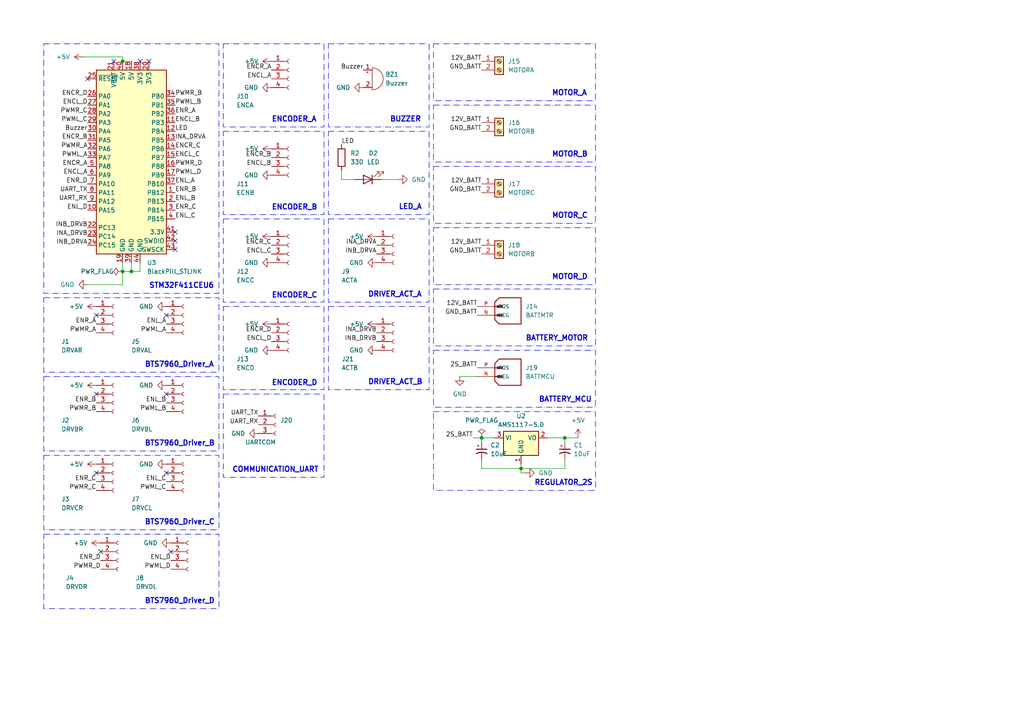
<source format=kicad_sch>
(kicad_sch (version 20230121) (generator eeschema)
  (paper "A4")
  (lib_symbols
    (symbol "Connector:Conn_01x03_Socket" (pin_names (offset 1.016) hide)
      (property "Reference" "J" (at 0 5.08 0))
      (property "Value" "Conn_01x03_Socket" (at 0 -5.08 0))
      (symbol "Conn_01x03_Socket_1_1"
        (arc (start 0 -2.032) (mid -0.5058 -2.54) (end 0 -3.048) (stroke (width 0.1524)))
        (polyline (pts (xy -1.27 -2.54) (xy -0.508 -2.54)) (stroke (width 0.1524)))
        (polyline (pts (xy -1.27 0) (xy -0.508 0)) (stroke (width 0.1524)))
        (polyline (pts (xy -1.27 2.54) (xy -0.508 2.54)) (stroke (width 0.1524)))
        (arc (start 0 0.508) (mid -0.5058 0) (end 0 -0.508) (stroke (width 0.1524)))
        (arc (start 0 3.048) (mid -0.5058 2.54) (end 0 2.032) (stroke (width 0.1524)))
        (pin passive line (at -5.08 2.54 0) (length 3.81) (name "Pin_1") (number "1"))
        (pin passive line (at -5.08 0 0) (length 3.81) (name "Pin_2") (number "2"))
        (pin passive line (at -5.08 -2.54 0) (length 3.81) (name "Pin_3") (number "3"))
      )
    )
    (symbol "Connector:Conn_01x04_Socket" (pin_names (offset 1.016) hide)
      (property "Reference" "J" (at 0 5.08 0))
      (property "Value" "Conn_01x04_Socket" (at 0 -7.62 0))
      (symbol "Conn_01x04_Socket_1_1"
        (arc (start 0 -4.572) (mid -0.5058 -5.08) (end 0 -5.588) (stroke (width 0.1524)))
        (arc (start 0 -2.032) (mid -0.5058 -2.54) (end 0 -3.048) (stroke (width 0.1524)))
        (polyline (pts (xy -1.27 -5.08) (xy -0.508 -5.08)) (stroke (width 0.1524)))
        (polyline (pts (xy -1.27 -2.54) (xy -0.508 -2.54)) (stroke (width 0.1524)))
        (polyline (pts (xy -1.27 0) (xy -0.508 0)) (stroke (width 0.1524)))
        (polyline (pts (xy -1.27 2.54) (xy -0.508 2.54)) (stroke (width 0.1524)))
        (arc (start 0 0.508) (mid -0.5058 0) (end 0 -0.508) (stroke (width 0.1524)))
        (arc (start 0 3.048) (mid -0.5058 2.54) (end 0 2.032) (stroke (width 0.1524)))
        (pin passive line (at -5.08 2.54 0) (length 3.81) (name "Pin_1") (number "1"))
        (pin passive line (at -5.08 0 0) (length 3.81) (name "Pin_2") (number "2"))
        (pin passive line (at -5.08 -2.54 0) (length 3.81) (name "Pin_3") (number "3"))
        (pin passive line (at -5.08 -5.08 0) (length 3.81) (name "Pin_4") (number "4"))
      )
    )
    (symbol "Connector:Screw_Terminal_01x02" (pin_names (offset 1.016) hide)
      (property "Reference" "J" (at 0 2.54 0))
      (property "Value" "Screw_Terminal_01x02" (at 0 -5.08 0))
      (symbol "Screw_Terminal_01x02_1_1"
        (rectangle (start -1.27 1.27) (end 1.27 -3.81) (stroke (width 0.254)) (fill (type background)))
        (circle (center 0 -2.54) (radius 0.635) (stroke (width 0.1524)))
        (polyline (pts (xy -0.5334 -2.2098) (xy 0.3302 -3.048)) (stroke (width 0.1524)))
        (polyline (pts (xy -0.5334 0.3302) (xy 0.3302 -0.508)) (stroke (width 0.1524)))
        (polyline (pts (xy -0.3556 -2.032) (xy 0.508 -2.8702)) (stroke (width 0.1524)))
        (polyline (pts (xy -0.3556 0.508) (xy 0.508 -0.3302)) (stroke (width 0.1524)))
        (circle (center 0 0) (radius 0.635) (stroke (width 0.1524)))
        (pin passive line (at -5.08 0 0) (length 3.81) (name "Pin_1") (number "1"))
        (pin passive line (at -5.08 -2.54 0) (length 3.81) (name "Pin_2") (number "2"))
      )
    )
    (symbol "Device:Buzzer" (pin_names (offset 0.0254) hide)
      (property "Reference" "BZ" (at 3.81 1.27 0))
      (property "Value" "Buzzer" (at 3.81 -1.27 0))
      (symbol "Buzzer_0_1"
        (arc (start 0 -3.175) (mid 3.1612 0) (end 0 3.175))
        (polyline (pts (xy -1.651 1.905) (xy -1.143 1.905)))
        (polyline (pts (xy -1.397 2.159) (xy -1.397 1.651)))
        (polyline (pts (xy 0 3.175) (xy 0 -3.175)))
      )
      (symbol "Buzzer_1_1"
        (pin passive line (at -2.54 2.54 0) (length 2.54) (name "-") (number "1"))
        (pin passive line (at -2.54 -2.54 0) (length 2.54) (name "+") (number "2"))
      )
    )
    (symbol "Device:C_Polarized_Small_US" (pin_numbers hide) (pin_names (offset 0.254) hide)
      (property "Reference" "C" (at 0.254 1.778 0))
      (property "Value" "C_Polarized_Small_US" (at 0.254 -2.032 0))
      (symbol "C_Polarized_Small_US_0_1"
        (polyline (pts (xy -1.524 0.508) (xy 1.524 0.508)) (stroke (width 0.3048)))
        (polyline (pts (xy -1.27 1.524) (xy -0.762 1.524)))
        (polyline (pts (xy -1.016 1.27) (xy -1.016 1.778)))
        (arc (start 1.524 -0.762) (mid 0 -0.3734) (end -1.524 -0.762) (stroke (width 0.3048)))
      )
      (symbol "C_Polarized_Small_US_1_1"
        (pin passive line (at 0 2.54 270) (length 2.032) (name "~") (number "1"))
        (pin passive line (at 0 -2.54 90) (length 2.032) (name "~") (number "2"))
      )
    )
    (symbol "Device:LED" (pin_numbers hide) (pin_names (offset 1.016) hide)
      (property "Reference" "D" (at 0 2.54 0))
      (property "Value" "LED" (at 0 -2.54 0))
      (symbol "LED_0_1"
        (polyline (pts (xy -1.27 -1.27) (xy -1.27 1.27)) (stroke (width 0.254)))
        (polyline (pts (xy -1.27 0) (xy 1.27 0)))
        (polyline (pts (xy 1.27 -1.27) (xy 1.27 1.27) (xy -1.27 0) (xy 1.27 -1.27)) (stroke (width 0.254)))
        (polyline (pts (xy -3.048 -0.762) (xy -4.572 -2.286) (xy -3.81 -2.286) (xy -4.572 -2.286) (xy -4.572 -1.524)))
        (polyline (pts (xy -1.778 -0.762) (xy -3.302 -2.286) (xy -2.54 -2.286) (xy -3.302 -2.286) (xy -3.302 -1.524)))
      )
      (symbol "LED_1_1"
        (pin passive line (at -3.81 0 0) (length 2.54) (name "K") (number "1"))
        (pin passive line (at 3.81 0 180) (length 2.54) (name "A") (number "2"))
      )
    )
    (symbol "Device:R" (pin_numbers hide) (pin_names (offset 0))
      (property "Reference" "R" (at 2.032 0 90))
      (property "Value" "R" (at 0 0 90))
      (symbol "R_0_1"
        (rectangle (start -1.016 -2.54) (end 1.016 2.54) (stroke (width 0.254)))
      )
      (symbol "R_1_1"
        (pin passive line (at 0 3.81 270) (length 1.27) (name "~") (number "1"))
        (pin passive line (at 0 -3.81 90) (length 1.27) (name "~") (number "2"))
      )
    )
    (symbol "Regulator_Linear:AMS1117-5.0"
      (property "Reference" "U" (at -3.81 3.175 0))
      (property "Value" "AMS1117-5.0" (at 0 3.175 0))
      (symbol "AMS1117-5.0_0_1"
        (rectangle (start -5.08 -5.08) (end 5.08 1.905) (stroke (width 0.254)) (fill (type background)))
      )
      (symbol "AMS1117-5.0_1_1"
        (pin power_in line (at 0 -7.62 90) (length 2.54) (name "GND") (number "1"))
        (pin power_out line (at 7.62 0 180) (length 2.54) (name "VO") (number "2"))
        (pin power_in line (at -7.62 0 0) (length 2.54) (name "VI") (number "3"))
      )
    )
    (symbol "XT90PW-M:XT90PW-M" (pin_names (offset 1.016))
      (property "Reference" "J" (at 0 3.81 0))
      (property "Value" "XT90PW-M" (at 0 -7.62 0))
      (symbol "XT90PW-M_0_0"
        (polyline (pts (xy 0 -3.81) (xy 1.27 -5.08)) (stroke (width 0.254)))
        (polyline (pts (xy 0 -2.54) (xy 1.905 -2.54)) (stroke (width 0.254)))
        (polyline (pts (xy 0 0) (xy 0 -3.81)) (stroke (width 0.254)))
        (polyline (pts (xy 0 0) (xy 1.905 0)) (stroke (width 0.254)))
        (polyline (pts (xy 0 1.27) (xy 0 0)) (stroke (width 0.254)))
        (polyline (pts (xy 0 1.27) (xy 1.27 2.54)) (stroke (width 0.254)))
        (polyline (pts (xy 1.27 -5.08) (xy 7.62 -5.08)) (stroke (width 0.254)))
        (polyline (pts (xy 7.62 -5.08) (xy 7.62 2.54)) (stroke (width 0.254)))
        (polyline (pts (xy 7.62 2.54) (xy 1.27 2.54)) (stroke (width 0.254)))
        (rectangle (start 0.635 -2.8575) (end 2.2225 -2.2225) (stroke (width 0.1)) (fill (type outline)))
        (rectangle (start 0.635 -0.3175) (end 2.2225 0.3175) (stroke (width 0.1)) (fill (type outline)))
        (pin passive line (at -5.08 -2.54 0) (length 5.08) (name "NEG") (number "N"))
        (pin passive line (at -5.08 0 0) (length 5.08) (name "POS") (number "P"))
      )
    )
    (symbol "blackpill_stlink:BlackPill_STLINK"
      (property "Reference" "U6" (at 4.5594 -27.5495 0))
      (property "Value" "BlackPill_STLINK" (at 4.5594 -30.3246 0))
      (symbol "BlackPill_STLINK_0_1"
        (rectangle (start -10.16 27.94) (end 10.16 -25.4) (stroke (width 0.254)) (fill (type background)))
      )
      (symbol "BlackPill_STLINK_1_1"
        (pin bidirectional line (at 12.7 -7.62 180) (length 2.54) (name "PB12") (number "1"))
        (pin bidirectional line (at -12.7 -12.7 0) (length 2.54) (name "PA15") (number "10"))
        (pin bidirectional line (at 12.7 12.7 180) (length 2.54) (name "PB3") (number "11"))
        (pin bidirectional line (at 12.7 10.16 180) (length 2.54) (name "PB4") (number "12"))
        (pin bidirectional line (at 12.7 7.62 180) (length 2.54) (name "PB5") (number "13"))
        (pin bidirectional line (at 12.7 5.08 180) (length 2.54) (name "PB6") (number "14"))
        (pin bidirectional line (at 12.7 2.54 180) (length 2.54) (name "PB7") (number "15"))
        (pin bidirectional line (at 12.7 0 180) (length 2.54) (name "PB8") (number "16"))
        (pin bidirectional line (at 12.7 -2.54 180) (length 2.54) (name "PB9") (number "17"))
        (pin power_in line (at 0 30.48 270) (length 2.54) (name "5V") (number "18"))
        (pin power_in line (at -2.54 -27.94 90) (length 2.54) (name "GND") (number "19"))
        (pin bidirectional line (at 12.7 -10.16 180) (length 2.54) (name "PB13") (number "2"))
        (pin power_out line (at 5.08 30.48 270) (length 2.54) (name "3V3") (number "20"))
        (pin power_in line (at -5.08 30.48 270) (length 2.54) (name "VBAT") (number "21"))
        (pin bidirectional line (at -12.7 -17.78 0) (length 2.54) (name "PC13") (number "22"))
        (pin bidirectional line (at -12.7 -20.32 0) (length 2.54) (name "PC14") (number "23"))
        (pin bidirectional line (at -12.7 -22.86 0) (length 2.54) (name "PC15") (number "24"))
        (pin input line (at -12.7 25.4 0) (length 2.54) (name "~{RESET}") (number "25"))
        (pin bidirectional line (at -12.7 20.32 0) (length 2.54) (name "PA0") (number "26"))
        (pin bidirectional line (at -12.7 17.78 0) (length 2.54) (name "PA1") (number "27"))
        (pin bidirectional line (at -12.7 15.24 0) (length 2.54) (name "PA2") (number "28"))
        (pin bidirectional line (at -12.7 12.7 0) (length 2.54) (name "PA3") (number "29"))
        (pin bidirectional line (at 12.7 -12.7 180) (length 2.54) (name "PB14") (number "3"))
        (pin bidirectional line (at -12.7 10.16 0) (length 2.54) (name "PA4") (number "30"))
        (pin bidirectional line (at -12.7 7.62 0) (length 2.54) (name "PA5") (number "31"))
        (pin bidirectional line (at -12.7 5.08 0) (length 2.54) (name "PA6") (number "32"))
        (pin bidirectional line (at -12.7 2.54 0) (length 2.54) (name "PA7") (number "33"))
        (pin bidirectional line (at 12.7 20.32 180) (length 2.54) (name "PB0") (number "34"))
        (pin bidirectional line (at 12.7 17.78 180) (length 2.54) (name "PB1") (number "35"))
        (pin bidirectional line (at 12.7 15.24 180) (length 2.54) (name "PB2") (number "36"))
        (pin bidirectional line (at 12.7 -5.08 180) (length 2.54) (name "PB10") (number "37"))
        (pin power_out line (at 2.54 30.48 270) (length 2.54) (name "3V3") (number "38"))
        (pin power_in line (at 0 -27.94 90) (length 2.54) (name "GND") (number "39"))
        (pin bidirectional line (at 12.7 -15.24 180) (length 2.54) (name "PB15") (number "4"))
        (pin passive line (at -2.54 30.48 270) (length 2.54) (name "5V") (number "40"))
        (pin power_out line (at 12.7 -19.05 180) (length 2.54) (name "3.3V") (number "41"))
        (pin bidirectional line (at 12.7 -21.59 180) (length 2.54) (name "SWDIO") (number "42"))
        (pin bidirectional line (at 12.7 -24.13 180) (length 2.54) (name "SWSCK") (number "43"))
        (pin power_in line (at 2.54 -27.94 90) (length 2.54) (name "GND") (number "44"))
        (pin bidirectional line (at -12.7 0 0) (length 2.54) (name "PA8") (number "5"))
        (pin bidirectional line (at -12.7 -2.54 0) (length 2.54) (name "PA9") (number "6"))
        (pin bidirectional line (at -12.7 -5.08 0) (length 2.54) (name "PA10") (number "7"))
        (pin bidirectional line (at -12.7 -7.62 0) (length 2.54) (name "PA11") (number "8"))
        (pin bidirectional line (at -12.7 -10.16 0) (length 2.54) (name "PA12") (number "9"))
      )
    )
    (symbol "power:+5V" (power) (pin_names (offset 0))
      (property "Value" "+5V" (at 0 3.556 0))
      (symbol "+5V_0_1"
        (polyline (pts (xy -0.762 1.27) (xy 0 2.54)))
        (polyline (pts (xy 0 0) (xy 0 2.54)))
        (polyline (pts (xy 0 2.54) (xy 0.762 1.27)))
      )
      (symbol "+5V_1_1"
        (pin power_in line (at 0 0 90) (length 0) hide (name "+5V") (number "1"))
      )
    )
    (symbol "power:GND" (power) (pin_names (offset 0))
      (property "Value" "GND" (at 0 -3.81 0))
      (symbol "GND_0_1"
        (polyline (pts (xy 0 0) (xy 0 -1.27) (xy 1.27 -1.27) (xy 0 -2.54) (xy -1.27 -1.27) (xy 0 -1.27)))
      )
      (symbol "GND_1_1"
        (pin power_in line (at 0 0 270) (length 0) hide (name "GND") (number "1"))
      )
    )
    (symbol "power:PWR_FLAG" (power) (pin_numbers hide) (pin_names (offset 0) hide)
      (property "Value" "PWR_FLAG" (at 0 3.81 0))
      (symbol "PWR_FLAG_0_0"
        (pin power_out line (at 0 0 90) (length 0) (name "pwr") (number "1"))
      )
      (symbol "PWR_FLAG_0_1"
        (polyline (pts (xy 0 0) (xy 0 1.27) (xy -1.016 1.905) (xy 0 2.54) (xy 1.016 1.905) (xy 0 1.27)))
      )
    )
  )
  (junction (at 139.7 127))
  (junction (at 35.56 17.78))
  (junction (at 35.56 78.74))
  (junction (at 151.13 135.89))
  (junction (at 38.1 78.74))
  (junction (at 163.83 127))
  (no_connect (at 48.26 114.3))
  (no_connect (at 29.21 160.02))
  (no_connect (at 27.94 91.44))
  (no_connect (at 27.94 137.16))
  (no_connect (at 43.18 17.78))
  (no_connect (at 25.4 22.86))
  (no_connect (at 50.8 69.85))
  (no_connect (at 50.8 72.39))
  (no_connect (at 40.64 17.78))
  (no_connect (at 48.26 137.16))
  (no_connect (at 48.26 91.44))
  (no_connect (at 27.94 114.3))
  (no_connect (at 49.53 160.02))
  (no_connect (at 33.02 17.78))
  (no_connect (at 50.8 67.31))
  (wire (pts (xy 151.13 134.62) (xy 151.13 135.89)))
  (wire (pts (xy 99.06 49.53) (xy 99.06 52.07)))
  (wire (pts (xy 151.13 137.16) (xy 152.4 137.16)))
  (wire (pts (xy 163.83 135.89) (xy 151.13 135.89)))
  (wire (pts (xy 24.13 16.51) (xy 35.56 16.51)))
  (wire (pts (xy 163.83 127) (xy 163.83 128.27)))
  (wire (pts (xy 163.83 133.35) (xy 163.83 135.89)))
  (wire (pts (xy 40.64 76.2) (xy 40.64 78.74)))
  (wire (pts (xy 110.49 52.07) (xy 115.57 52.07)))
  (wire (pts (xy 158.75 127) (xy 163.83 127)))
  (wire (pts (xy 35.56 17.78) (xy 38.1 17.78)))
  (wire (pts (xy 25.4 82.55) (xy 35.56 82.55)))
  (wire (pts (xy 133.35 109.22) (xy 138.43 109.22)))
  (wire (pts (xy 35.56 16.51) (xy 35.56 17.78)))
  (wire (pts (xy 99.06 52.07) (xy 102.87 52.07)))
  (wire (pts (xy 151.13 135.89) (xy 151.13 137.16)))
  (wire (pts (xy 163.83 127) (xy 167.64 127)))
  (wire (pts (xy 137.16 127) (xy 139.7 127)))
  (wire (pts (xy 35.56 76.2) (xy 35.56 78.74)))
  (wire (pts (xy 139.7 127) (xy 139.7 128.27)))
  (wire (pts (xy 139.7 133.35) (xy 139.7 135.89)))
  (wire (pts (xy 40.64 78.74) (xy 38.1 78.74)))
  (wire (pts (xy 38.1 78.74) (xy 35.56 78.74)))
  (wire (pts (xy 139.7 135.89) (xy 151.13 135.89)))
  (wire (pts (xy 139.7 127) (xy 143.51 127)))
  (wire (pts (xy 38.1 76.2) (xy 38.1 78.74)))
  (wire (pts (xy 35.56 82.55) (xy 35.56 78.74)))
  (rectangle (start 125.73 101.6) (end 172.72 118.11) (stroke (width 0) (type dash_dot)))
  (rectangle (start 125.73 66.04) (end 172.72 82.55) (stroke (width 0) (type dash_dot)))
  (rectangle (start 125.73 48.26) (end 172.72 64.77) (stroke (width 0) (type dash_dot)))
  (rectangle (start 12.7 12.7) (end 63.5 85.09) (stroke (width 0) (type dash_dot)))
  (rectangle (start 95.25 12.7) (end 124.46 36.83) (stroke (width 0) (type dash_dot)))
  (rectangle (start 64.77 114.3) (end 93.98 138.43) (stroke (width 0) (type dash_dot)))
  (rectangle (start 12.7 109.22) (end 63.5 130.81) (stroke (width 0) (type dash_dot)))
  (rectangle (start 125.73 119.38) (end 172.72 142.24) (stroke (width 0) (type dash_dot)))
  (rectangle (start 125.73 83.82) (end 172.72 100.33) (stroke (width 0) (type dash_dot)))
  (rectangle (start 64.77 12.7) (end 93.98 36.83) (stroke (width 0) (type dash_dot)))
  (rectangle (start 12.7 86.36) (end 63.5 107.95) (stroke (width 0) (type dash_dot)))
  (rectangle (start 64.77 38.1) (end 93.98 62.23) (stroke (width 0) (type dash_dot)))
  (rectangle (start 95.25 88.9) (end 124.46 113.03) (stroke (width 0) (type dash_dot)))
  (rectangle (start 95.25 63.5) (end 124.46 87.63) (stroke (width 0) (type dash_dot)))
  (rectangle (start 12.7 132.08) (end 63.5 153.67) (stroke (width 0) (type dash_dot)))
  (rectangle (start 64.77 88.9) (end 93.98 113.03) (stroke (width 0) (type dash_dot)))
  (rectangle (start 125.73 12.7) (end 172.72 29.21) (stroke (width 0) (type dash_dot)))
  (rectangle (start 95.25 38.1) (end 124.46 62.23) (stroke (width 0) (type dash_dot)))
  (rectangle (start 125.73 30.48) (end 172.72 46.99) (stroke (width 0) (type dash_dot)))
  (rectangle (start 64.77 63.5) (end 93.98 87.63) (stroke (width 0) (type dash_dot)))
  (rectangle (start 12.7 154.94) (end 63.5 176.53) (stroke (width 0) (type dash_dot)))
  (text "BTS7960_Driver_D\n" (at 41.91 175.26 0) (effects (font (size 1.5 1.5) (thickness 0.3) bold) (justify left bottom)))
  (text "MOTOR_D" (at 160.02 81.28 0) (effects (font (size 1.5 1.5) (thickness 0.3) bold) (justify left bottom)))
  (text "DRIVER_ACT_A" (at 106.68 86.36 0) (effects (font (size 1.5 1.5) (thickness 0.3) bold) (justify left bottom)))
  (text "MOTOR_B" (at 160.02 45.72 0) (effects (font (size 1.5 1.5) (thickness 0.3) bold) (justify left bottom)))
  (text "ENCODER_A\n" (at 78.74 35.56 0) (effects (font (size 1.5 1.5) (thickness 0.3) bold) (justify left bottom)))
  (text "COMMUNICATION_UART" (at 67.31 137.16 0) (effects (font (size 1.5 1.5) (thickness 0.3) bold) (justify left bottom)))
  (text "STM32F411CEU6\n" (at 43.18 83.82 0) (effects (font (size 1.5 1.5) (thickness 0.3) bold) (justify left bottom)))
  (text "BTS7960_Driver_B\n" (at 41.91 129.54 0) (effects (font (size 1.5 1.5) (thickness 0.3) bold) (justify left bottom)))
  (text "BUZZER" (at 113.03 35.56 0) (effects (font (size 1.5 1.5) (thickness 0.3) bold) (justify left bottom)))
  (text "LED_A" (at 115.57 60.96 0) (effects (font (size 1.5 1.5) (thickness 0.3) bold) (justify left bottom)))
  (text "MOTOR_C" (at 160.02 63.5 0) (effects (font (size 1.5 1.5) (thickness 0.3) bold) (justify left bottom)))
  (text "REGULATOR_2S" (at 154.94 140.97 0) (effects (font (size 1.5 1.5) (thickness 0.3) bold) (justify left bottom)))
  (text "MOTOR_A" (at 160.02 27.94 0) (effects (font (size 1.5 1.5) (thickness 0.3) bold) (justify left bottom)))
  (text "BATTERY_MCU" (at 156.21 116.84 0) (effects (font (size 1.5 1.5) (thickness 0.3) bold) (justify left bottom)))
  (text "BTS7960_Driver_A" (at 41.91 106.68 0) (effects (font (size 1.5 1.5) (thickness 0.3) bold) (justify left bottom)))
  (text "ENCODER_D\n\n\n" (at 78.74 116.84 0) (effects (font (size 1.5 1.5) (thickness 0.3) bold) (justify left bottom)))
  (text "ENCODER_B\n\n" (at 78.74 63.5 0) (effects (font (size 1.5 1.5) (thickness 0.3) bold) (justify left bottom)))
  (text "DRIVER_ACT_B" (at 106.68 111.76 0) (effects (font (size 1.5 1.5) (thickness 0.3) bold) (justify left bottom)))
  (text "BATTERY_MOTOR" (at 152.4 99.06 0) (effects (font (size 1.5 1.5) (thickness 0.3) bold) (justify left bottom)))
  (text "ENCODER_C\n\n\n" (at 78.74 91.44 0) (effects (font (size 1.5 1.5) (thickness 0.3) bold) (justify left bottom)))
  (text "BTS7960_Driver_C\n" (at 41.91 152.4 0) (effects (font (size 1.5 1.5) (thickness 0.3) bold) (justify left bottom)))
  (label "PWML_A" (at 48.26 96.52 180))
  (label "ENL_A" (at 48.26 93.98 180))
  (label "ENCL_B" (at 78.74 48.26 180))
  (label "ENCL_A" (at 78.74 22.86 180))
  (label "ENL_C" (at 50.8 63.5 0))
  (label "PWMR_A" (at 27.94 96.52 180))
  (label "GND_BATT" (at 139.7 38.1 180))
  (label "INB_DRVA" (at 25.4 71.12 180))
  (label "2S_BATT" (at 137.16 127 180))
  (label "2S_BATT" (at 138.43 106.68 180))
  (label "GND_BATT" (at 139.7 73.66 180))
  (label "INB_DRVA" (at 109.22 73.66 180))
  (label "LED" (at 50.8 38.1 0))
  (label "ENCR_B" (at 25.4 40.64 180))
  (label "ENR_C" (at 27.94 139.7 180))
  (label "ENCL_C" (at 78.74 73.66 180))
  (label "ENL_A" (at 50.8 53.34 0))
  (label "UART_TX" (at 25.4 55.88 180))
  (label "ENCL_D" (at 78.74 99.06 180))
  (label "ENL_D" (at 49.53 162.56 180))
  (label "PWML_D" (at 49.53 165.1 180))
  (label "ENCL_B" (at 50.8 35.56 0))
  (label "PWML_A" (at 25.4 45.72 180))
  (label "INB_DRVB" (at 109.22 99.06 180))
  (label "ENL_B" (at 48.26 116.84 180))
  (label "PWML_C" (at 48.26 142.24 180))
  (label "UART_TX" (at 74.93 120.65 180))
  (label "ENR_D" (at 29.21 162.56 180))
  (label "PWMR_D" (at 50.8 48.26 0))
  (label "ENR_A" (at 27.94 93.98 180))
  (label "PWMR_D" (at 29.21 165.1 180))
  (label "ENCR_C" (at 50.8 43.18 0))
  (label "ENCL_C" (at 50.8 45.72 0))
  (label "INA_DRVA" (at 50.8 40.64 0))
  (label "INA_DRVB" (at 25.4 68.58 180))
  (label "12V_BATT" (at 138.43 88.9 180))
  (label "PWML_D" (at 50.8 50.8 0))
  (label "PWML_C" (at 25.4 35.56 180))
  (label "ENL_D" (at 25.4 60.96 180))
  (label "ENCR_C" (at 78.74 71.12 180))
  (label "INB_DRVB" (at 25.4 66.04 180))
  (label "ENR_C" (at 50.8 60.96 0))
  (label "PWMR_A" (at 25.4 43.18 180))
  (label "UART_RX" (at 25.4 58.42 180))
  (label "ENR_B" (at 27.94 116.84 180))
  (label "ENCR_A" (at 78.74 20.32 180))
  (label "12V_BATT" (at 139.7 35.56 180))
  (label "INA_DRVB" (at 109.22 96.52 180))
  (label "PWMR_B" (at 27.94 119.38 180))
  (label "UART_RX" (at 74.93 123.19 180))
  (label "ENCL_A" (at 25.4 50.8 180))
  (label "12V_BATT" (at 139.7 17.78 180))
  (label "ENCR_D" (at 25.4 27.94 180))
  (label "INA_DRVA" (at 109.22 71.12 180))
  (label "ENL_B" (at 50.8 58.42 0))
  (label "ENR_D" (at 25.4 53.34 180))
  (label "PWML_B" (at 48.26 119.38 180))
  (label "GND_BATT" (at 139.7 55.88 180))
  (label "PWML_B" (at 50.8 30.48 0))
  (label "ENL_C" (at 48.26 139.7 180))
  (label "12V_BATT" (at 139.7 71.12 180))
  (label "12V_BATT" (at 139.7 53.34 180))
  (label "ENR_B" (at 50.8 55.88 0))
  (label "ENCL_D" (at 25.4 30.48 180))
  (label "LED" (at 99.06 41.91 0))
  (label "PWMR_B" (at 50.8 27.94 0))
  (label "ENCR_A" (at 25.4 48.26 180))
  (label "Buzzer" (at 25.4 38.1 180))
  (label "ENCR_B" (at 78.74 45.72 180))
  (label "Buzzer" (at 105.41 20.32 180))
  (label "ENR_A" (at 50.8 33.02 0))
  (label "ENCR_D" (at 78.74 96.52 180))
  (label "PWMR_C" (at 27.94 142.24 180))
  (label "PWMR_C" (at 25.4 33.02 180))
  (label "GND_BATT" (at 139.7 20.32 180))
  (label "GND_BATT" (at 138.43 91.44 180))
  (symbol (lib_id "Connector:Screw_Terminal_01x02") (at 144.78 17.78 0) (unit 1)
    (property "Reference" "J15" (at 147.32 17.78 0) (effects (justify left)))
    (property "Value" "MOTORA" (at 147.32 20.32 0) (effects (justify left)))
    (property "Footprint" "TerminalBlock:TerminalBlock_bornier-2_P5.08mm" (effects hide))
  )
  (symbol (lib_id "power:+5V") (at 167.64 127 0) (unit 1)
    (property "Reference" "#PWR028" (effects hide))
    (property "Value" "+5V" (at 167.64 121.92 0))
  )
  (symbol (lib_id "Connector:Screw_Terminal_01x02") (at 144.78 35.56 0) (unit 1)
    (property "Reference" "J16" (at 147.32 35.56 0) (effects (justify left)))
    (property "Value" "MOTORB" (at 147.32 38.1 0) (effects (justify left)))
    (property "Footprint" "TerminalBlock:TerminalBlock_bornier-2_P5.08mm" (effects hide))
  )
  (symbol (lib_id "Connector:Conn_01x04_Socket") (at 83.82 45.72 0) (unit 1)
    (property "Reference" "J11" (at 68.58 53.34 0) (effects (justify left)))
    (property "Value" "ECNB" (at 68.58 55.88 0) (effects (justify left)))
    (property "Footprint" "Connector_PinHeader_2.54mm:PinHeader_1x04_P2.54mm_Vertical" (effects hide))
  )
  (symbol (lib_id "power:GND") (at 133.35 109.22 0) (unit 1)
    (property "Reference" "#PWR029" (effects hide))
    (property "Value" "GND" (at 133.35 114.3 0))
  )
  (symbol (lib_id "power:PWR_FLAG") (at 139.7 127 0) (unit 1)
    (property "Reference" "#FLG03" (effects hide))
    (property "Value" "PWR_FLAG" (at 139.7 121.92 0))
  )
  (symbol (lib_id "power:GND") (at 48.26 88.9 270) (unit 1)
    (property "Reference" "#PWR07" (effects hide))
    (property "Value" "GND" (at 44.45 88.9 90) (effects (justify right)))
  )
  (symbol (lib_id "power:+5V") (at 78.74 43.18 90) (unit 1)
    (property "Reference" "#PWR015" (effects hide))
    (property "Value" "+5V" (at 74.93 43.18 90) (effects (justify left)))
  )
  (symbol (lib_id "power:+5V") (at 29.21 157.48 90) (unit 1)
    (property "Reference" "#PWR06" (effects hide))
    (property "Value" "+5V" (at 25.4 157.48 90) (effects (justify left)))
  )
  (symbol (lib_id "Connector:Conn_01x04_Socket") (at 54.61 160.02 0) (unit 1)
    (property "Reference" "J8" (at 39.37 167.64 0) (effects (justify left)))
    (property "Value" "DRVDL" (at 39.37 170.18 0) (effects (justify left)))
    (property "Footprint" "Connector_PinHeader_2.54mm:PinHeader_1x04_P2.54mm_Vertical" (effects hide))
  )
  (symbol (lib_id "Connector:Conn_01x04_Socket") (at 53.34 91.44 0) (unit 1)
    (property "Reference" "J5" (at 38.1 99.06 0) (effects (justify left)))
    (property "Value" "DRVAL" (at 38.1 101.6 0) (effects (justify left)))
    (property "Footprint" "Connector_PinHeader_2.54mm:PinHeader_1x04_P2.54mm_Vertical" (effects hide))
  )
  (symbol (lib_id "Device:Buzzer") (at 107.95 22.86 0) (unit 1)
    (property "Reference" "BZ1" (at 111.76 21.59 0) (effects (justify left)))
    (property "Value" "Buzzer" (at 111.76 24.13 0) (effects (justify left)))
    (property "Footprint" "Buzzer_Beeper:Buzzer_15x7.5RM7.6" (effects hide))
  )
  (symbol (lib_id "Connector:Conn_01x04_Socket") (at 33.02 114.3 0) (unit 1)
    (property "Reference" "J2" (at 17.78 121.92 0) (effects (justify left)))
    (property "Value" "DRVBR" (at 17.78 124.46 0) (effects (justify left)))
    (property "Footprint" "Connector_PinHeader_2.54mm:PinHeader_1x04_P2.54mm_Vertical" (effects hide))
  )
  (symbol (lib_id "Connector:Conn_01x04_Socket") (at 83.82 20.32 0) (unit 1)
    (property "Reference" "J10" (at 68.58 27.94 0) (effects (justify left)))
    (property "Value" "ENCA" (at 68.58 30.48 0) (effects (justify left)))
    (property "Footprint" "Connector_PinHeader_2.54mm:PinHeader_1x04_P2.54mm_Vertical" (effects hide))
  )
  (symbol (lib_id "power:GND") (at 109.22 76.2 270) (unit 1)
    (property "Reference" "#PWR021" (effects hide))
    (property "Value" "GND" (at 105.41 76.2 90) (effects (justify right)))
  )
  (symbol (lib_id "Connector:Conn_01x04_Socket") (at 114.3 71.12 0) (unit 1)
    (property "Reference" "J9" (at 99.06 78.74 0) (effects (justify left)))
    (property "Value" "ACTA" (at 99.06 81.28 0) (effects (justify left)))
    (property "Footprint" "Connector_PinHeader_2.54mm:PinHeader_1x04_P2.54mm_Vertical" (effects hide))
  )
  (symbol (lib_id "power:+5V") (at 78.74 93.98 90) (unit 1)
    (property "Reference" "#PWR019" (effects hide))
    (property "Value" "+5V" (at 74.93 93.98 90) (effects (justify left)))
  )
  (symbol (lib_id "Connector:Conn_01x04_Socket") (at 33.02 91.44 0) (unit 1)
    (property "Reference" "J1" (at 17.78 99.06 0) (effects (justify left)))
    (property "Value" "DRVAR" (at 17.78 101.6 0) (effects (justify left)))
    (property "Footprint" "Connector_PinHeader_2.54mm:PinHeader_1x04_P2.54mm_Vertical" (effects hide))
  )
  (symbol (lib_id "XT90PW-M:XT90PW-M") (at 143.51 88.9 0) (unit 1)
    (property "Reference" "J14" (at 152.4 88.9 0) (effects (justify left)))
    (property "Value" "BATTMTR" (at 152.4 91.44 0) (effects (justify left)))
    (property "Footprint" "XT90PW-M:AMASS_XT90PW-M" (effects hide))
    (property "PARTREV" "V00" (effects hide))
    (property "STANDARD" "Manufacturer Recommendations" (effects hide))
    (property "MAXIMUM_PACKAGE_HIEGHT" "10.3mm" (effects hide))
    (property "MANUFACTURER" "AMASS" (effects hide))
  )
  (symbol (lib_id "power:GND") (at 78.74 101.6 270) (unit 1)
    (property "Reference" "#PWR020" (effects hide))
    (property "Value" "GND" (at 74.93 101.6 90) (effects (justify right)))
  )
  (symbol (lib_id "power:+5V") (at 27.94 134.62 90) (unit 1)
    (property "Reference" "#PWR05" (effects hide))
    (property "Value" "+5V" (at 24.13 134.62 90) (effects (justify left)))
  )
  (symbol (lib_id "power:GND") (at 115.57 52.07 90) (unit 1)
    (property "Reference" "#PWR023" (effects hide))
    (property "Value" "GND" (at 119.38 52.07 90) (effects (justify right)))
  )
  (symbol (lib_id "power:GND") (at 78.74 76.2 270) (unit 1)
    (property "Reference" "#PWR018" (effects hide))
    (property "Value" "GND" (at 74.93 76.2 90) (effects (justify right)))
  )
  (symbol (lib_id "power:+5V") (at 24.13 16.51 90) (unit 1)
    (property "Reference" "#PWR027" (effects hide))
    (property "Value" "+5V" (at 20.32 16.51 90) (effects (justify left)))
  )
  (symbol (lib_id "Connector:Conn_01x04_Socket") (at 53.34 114.3 0) (unit 1)
    (property "Reference" "J6" (at 38.1 121.92 0) (effects (justify left)))
    (property "Value" "DRVBL" (at 38.1 124.46 0) (effects (justify left)))
    (property "Footprint" "Connector_PinHeader_2.54mm:PinHeader_1x04_P2.54mm_Vertical" (effects hide))
  )
  (symbol (lib_id "Connector:Screw_Terminal_01x02") (at 144.78 53.34 0) (unit 1)
    (property "Reference" "J17" (at 147.32 53.34 0) (effects (justify left)))
    (property "Value" "MOTORC" (at 147.32 55.88 0) (effects (justify left)))
    (property "Footprint" "TerminalBlock:TerminalBlock_bornier-2_P5.08mm" (effects hide))
  )
  (symbol (lib_id "Regulator_Linear:AMS1117-5.0") (at 151.13 127 0) (unit 1)
    (property "Reference" "U2" (at 151.13 120.65 0))
    (property "Value" "AMS1117-5.0" (at 151.13 123.19 0))
    (property "Footprint" "Package_TO_SOT_SMD:SOT-223-3_TabPin2" (effects hide))
    (property "Datasheet" "http://www.advanced-monolithic.com/pdf/ds1117.pdf" (effects hide))
  )
  (symbol (lib_id "power:PWR_FLAG") (at 35.56 78.74 90) (unit 1)
    (property "Reference" "#FLG01" (effects hide))
    (property "Value" "PWR_FLAG" (at 33.02 78.74 90) (effects (justify left)))
  )
  (symbol (lib_id "power:GND") (at 152.4 137.16 90) (unit 1)
    (property "Reference" "#PWR02" (effects hide))
    (property "Value" "GND" (at 156.21 137.16 90) (effects (justify right)))
  )
  (symbol (lib_id "Connector:Screw_Terminal_01x02") (at 144.78 71.12 0) (unit 1)
    (property "Reference" "J18" (at 147.32 71.12 0) (effects (justify left)))
    (property "Value" "MOTORB" (at 147.32 73.66 0) (effects (justify left)))
    (property "Footprint" "TerminalBlock:TerminalBlock_bornier-2_P5.08mm" (effects hide))
  )
  (symbol (lib_id "power:+5V") (at 27.94 88.9 90) (unit 1)
    (property "Reference" "#PWR03" (effects hide))
    (property "Value" "+5V" (at 24.13 88.9 90) (effects (justify left)))
  )
  (symbol (lib_id "blackpill_stlink:BlackPill_STLINK") (at 38.1 48.26 0) (unit 1)
    (property "Reference" "U3" (at 42.5959 76.2 0) (effects (justify left)))
    (property "Value" "BlackPill_STLINK" (at 42.5959 78.74 0) (effects (justify left)))
    (property "Footprint" "BlackPill_STLINK:BlackPill_STLINK" (effects hide))
  )
  (symbol (lib_id "Connector:Conn_01x04_Socket") (at 34.29 160.02 0) (unit 1)
    (property "Reference" "J4" (at 19.05 167.64 0) (effects (justify left)))
    (property "Value" "DRVDR" (at 19.05 170.18 0) (effects (justify left)))
    (property "Footprint" "Connector_PinHeader_2.54mm:PinHeader_1x04_P2.54mm_Vertical" (effects hide))
  )
  (symbol (lib_id "Device:LED") (at 106.68 52.07 180) (unit 1)
    (property "Reference" "D2" (at 108.2675 44.45 0))
    (property "Value" "LED" (at 108.2675 46.99 0))
    (property "Footprint" "LED_SMD:LED_1206_3216Metric_Pad1.42x1.75mm_HandSolder" (effects hide))
  )
  (symbol (lib_id "Connector:Conn_01x04_Socket") (at 114.3 96.52 0) (unit 1)
    (property "Reference" "J21" (at 99.06 104.14 0) (effects (justify left)))
    (property "Value" "ACTB" (at 99.06 106.68 0) (effects (justify left)))
    (property "Footprint" "Connector_PinHeader_2.54mm:PinHeader_1x04_P2.54mm_Vertical" (effects hide))
  )
  (symbol (lib_id "Connector:Conn_01x04_Socket") (at 33.02 137.16 0) (unit 1)
    (property "Reference" "J3" (at 17.78 144.78 0) (effects (justify left)))
    (property "Value" "DRVCR" (at 17.78 147.32 0) (effects (justify left)))
    (property "Footprint" "Connector_PinHeader_2.54mm:PinHeader_1x04_P2.54mm_Vertical" (effects hide))
  )
  (symbol (lib_id "power:GND") (at 78.74 50.8 270) (unit 1)
    (property "Reference" "#PWR016" (effects hide))
    (property "Value" "GND" (at 74.93 50.8 90) (effects (justify right)))
  )
  (symbol (lib_id "Device:C_Polarized_Small_US") (at 163.83 130.81 0) (unit 1)
    (property "Reference" "C1" (at 166.37 129.1082 0) (effects (justify left)))
    (property "Value" "10uF" (at 166.37 131.6482 0) (effects (justify left)))
    (property "Footprint" "Capacitor_SMD:CP_Elec_4x5.4" (effects hide))
  )
  (symbol (lib_id "power:GND") (at 105.41 25.4 270) (unit 1)
    (property "Reference" "#PWR022" (effects hide))
    (property "Value" "GND" (at 101.6 25.4 90) (effects (justify right)))
  )
  (symbol (lib_id "XT90PW-M:XT90PW-M") (at 143.51 106.68 0) (unit 1)
    (property "Reference" "J19" (at 152.4 106.68 0) (effects (justify left)))
    (property "Value" "BATTMCU" (at 152.4 109.22 0) (effects (justify left)))
    (property "Footprint" "XT90PW-M:AMASS_XT90PW-M" (effects hide))
    (property "PARTREV" "V00" (effects hide))
    (property "STANDARD" "Manufacturer Recommendations" (effects hide))
    (property "MAXIMUM_PACKAGE_HIEGHT" "10.3mm" (effects hide))
    (property "MANUFACTURER" "AMASS" (effects hide))
  )
  (symbol (lib_id "power:+5V") (at 109.22 93.98 90) (unit 1)
    (property "Reference" "#PWR024" (effects hide))
    (property "Value" "+5V" (at 105.41 93.98 90) (effects (justify left)))
  )
  (symbol (lib_id "Connector:Conn_01x03_Socket") (at 80.01 123.19 0) (unit 1)
    (property "Reference" "J20" (at 81.28 121.92 0) (effects (justify left)))
    (property "Value" "UARTCOM" (at 71.12 128.27 0) (effects (justify left)))
    (property "Footprint" "Connector_PinHeader_2.54mm:PinHeader_1x03_P2.54mm_Vertical" (effects hide))
  )
  (symbol (lib_id "power:+5V") (at 27.94 111.76 90) (unit 1)
    (property "Reference" "#PWR04" (effects hide))
    (property "Value" "+5V" (at 24.13 111.76 90) (effects (justify left)))
  )
  (symbol (lib_id "Device:C_Polarized_Small_US") (at 139.7 130.81 0) (unit 1)
    (property "Reference" "C2" (at 142.24 129.1082 0) (effects (justify left)))
    (property "Value" "10uF" (at 142.24 131.6482 0) (effects (justify left)))
    (property "Footprint" "Capacitor_SMD:CP_Elec_4x5.4" (effects hide))
  )
  (symbol (lib_id "Connector:Conn_01x04_Socket") (at 83.82 71.12 0) (unit 1)
    (property "Reference" "J12" (at 68.58 78.74 0) (effects (justify left)))
    (property "Value" "ENCC" (at 68.58 81.28 0) (effects (justify left)))
    (property "Footprint" "Connector_PinHeader_2.54mm:PinHeader_1x04_P2.54mm_Vertical" (effects hide))
  )
  (symbol (lib_id "power:GND") (at 48.26 134.62 270) (unit 1)
    (property "Reference" "#PWR09" (effects hide))
    (property "Value" "GND" (at 44.45 134.62 90) (effects (justify right)))
  )
  (symbol (lib_id "power:GND") (at 78.74 25.4 270) (unit 1)
    (property "Reference" "#PWR014" (effects hide))
    (property "Value" "GND" (at 74.93 25.4 90) (effects (justify right)))
  )
  (symbol (lib_id "Connector:Conn_01x04_Socket") (at 83.82 96.52 0) (unit 1)
    (property "Reference" "J13" (at 68.58 104.14 0) (effects (justify left)))
    (property "Value" "ENCD" (at 68.58 106.68 0) (effects (justify left)))
    (property "Footprint" "Connector_PinHeader_2.54mm:PinHeader_1x04_P2.54mm_Vertical" (effects hide))
  )
  (symbol (lib_id "power:GND") (at 48.26 111.76 270) (unit 1)
    (property "Reference" "#PWR08" (effects hide))
    (property "Value" "GND" (at 44.45 111.76 90) (effects (justify right)))
  )
  (symbol (lib_id "Connector:Conn_01x04_Socket") (at 53.34 137.16 0) (unit 1)
    (property "Reference" "J7" (at 38.1 144.78 0) (effects (justify left)))
    (property "Value" "DRVCL" (at 38.1 147.32 0) (effects (justify left)))
    (property "Footprint" "Connector_PinHeader_2.54mm:PinHeader_1x04_P2.54mm_Vertical" (effects hide))
  )
  (symbol (lib_id "power:GND") (at 25.4 82.55 270) (unit 1)
    (property "Reference" "#PWR01" (effects hide))
    (property "Value" "GND" (at 21.59 82.55 90) (effects (justify right)))
  )
  (symbol (lib_id "power:GND") (at 109.22 101.6 270) (unit 1)
    (property "Reference" "#PWR025" (effects hide))
    (property "Value" "GND" (at 105.41 101.6 90) (effects (justify right)))
  )
  (symbol (lib_id "power:GND") (at 74.93 125.73 270) (unit 1)
    (property "Reference" "#PWR010" (effects hide))
    (property "Value" "GND" (at 71.12 125.73 90) (effects (justify right)))
  )
  (symbol (lib_id "power:GND") (at 49.53 157.48 270) (unit 1)
    (property "Reference" "#PWR012" (effects hide))
    (property "Value" "GND" (at 45.72 157.48 90) (effects (justify right)))
  )
  (symbol (lib_id "power:+5V") (at 78.74 68.58 90) (unit 1)
    (property "Reference" "#PWR017" (effects hide))
    (property "Value" "+5V" (at 74.93 68.58 90) (effects (justify left)))
  )
  (symbol (lib_id "Device:R") (at 99.06 45.72 0) (unit 1)
    (property "Reference" "R2" (at 101.6 44.45 0) (effects (justify left)))
    (property "Value" "330" (at 101.6 46.99 0) (effects (justify left)))
    (property "Footprint" "Resistor_SMD:R_1206_3216Metric_Pad1.30x1.75mm_HandSolder" (effects hide))
  )
  (symbol (lib_id "power:+5V") (at 109.22 68.58 90) (unit 1)
    (property "Reference" "#PWR011" (effects hide))
    (property "Value" "+5V" (at 105.41 68.58 90) (effects (justify left)))
  )
  (symbol (lib_id "power:+5V") (at 78.74 17.78 90) (unit 1)
    (property "Reference" "#PWR013" (effects hide))
    (property "Value" "+5V" (at 74.93 17.78 90) (effects (justify left)))
  )
)
</source>
